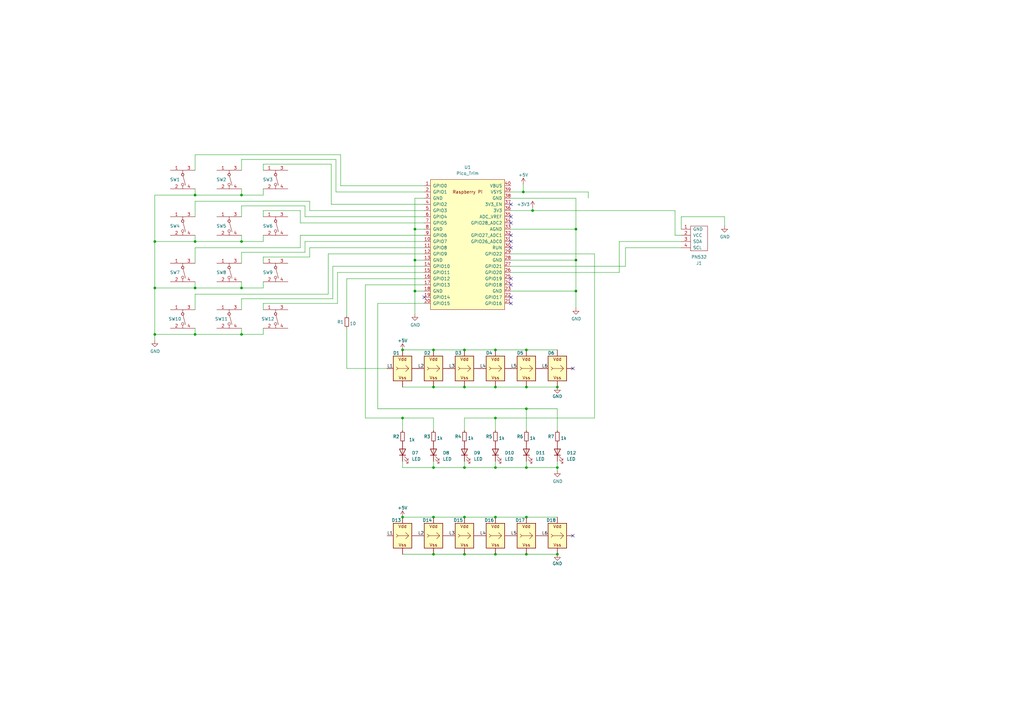
<source format=kicad_sch>
(kicad_sch (version 20230121) (generator eeschema)
  (paper "A3")
  (lib_symbols
    (symbol "Device:LED" (pin_numbers hide) (pin_names (offset 1.016) hide)
      (property "Reference" "D" (at 0 2.54 0))
      (property "Value" "LED" (at 0 -2.54 0))
      (symbol "LED_0_1"
        (polyline (pts (xy -1.27 -1.27) (xy -1.27 1.27)) (stroke (width 0.254)))
        (polyline (pts (xy -1.27 0) (xy 1.27 0)))
        (polyline (pts (xy 1.27 -1.27) (xy 1.27 1.27) (xy -1.27 0) (xy 1.27 -1.27)) (stroke (width 0.254)))
        (polyline (pts (xy -3.048 -0.762) (xy -4.572 -2.286) (xy -3.81 -2.286) (xy -4.572 -2.286) (xy -4.572 -1.524)))
        (polyline (pts (xy -1.778 -0.762) (xy -3.302 -2.286) (xy -2.54 -2.286) (xy -3.302 -2.286) (xy -3.302 -1.524)))
      )
      (symbol "LED_1_1"
        (pin passive line (at -3.81 0 0) (length 2.54) (name "K") (number "1"))
        (pin passive line (at 3.81 0 180) (length 2.54) (name "A") (number "2"))
      )
    )
    (symbol "Device:R_Small" (pin_numbers hide) (pin_names (offset 0.254) hide)
      (property "Reference" "R" (at 0.762 0.508 0))
      (property "Value" "R_Small" (at 0.762 -1.016 0))
      (symbol "R_Small_0_1"
        (rectangle (start -0.762 1.778) (end 0.762 -1.778) (stroke (width 0.2032)))
      )
      (symbol "R_Small_1_1"
        (pin passive line (at 0 2.54 270) (length 0.762) (name "~") (number "1"))
        (pin passive line (at 0 -2.54 90) (length 0.762) (name "~") (number "2"))
      )
    )
    (symbol "aic_pico:PN532" (pin_names (offset 1.016))
      (property "Reference" "J" (at -1.27 6.35 0))
      (property "Value" "PN532" (at 1.27 -6.985 0))
      (symbol "PN532_1_1"
        (rectangle (start -2.54 5.08) (end 4.445 -5.08))
        (pin power_in line (at -6.35 3.81 0) (length 3.81) (name "GND") (number "1"))
        (pin power_in line (at -6.35 1.27 0) (length 3.81) (name "VCC") (number "2"))
        (pin bidirectional line (at -6.35 -1.27 0) (length 3.81) (name "SDA") (number "3"))
        (pin bidirectional line (at -6.35 -3.81 0) (length 3.81) (name "SCL") (number "4"))
      )
    )
    (symbol "aic_pico:Pico_Trim" (pin_names (offset 1.016))
      (property "Reference" "U" (at -13.97 27.94 0))
      (property "Value" "Pico_Trim" (at 0 19.05 0))
      (symbol "Pico_Trim_0_0"
        (text "Raspberry Pi" (at 0 21.59 0) (effects (font (size 1.27 1.27))))
      )
      (symbol "Pico_Trim_0_1"
        (rectangle (start -15.24 26.67) (end 15.24 -26.67) (fill (type background)))
      )
      (symbol "Pico_Trim_1_1"
        (pin bidirectional line (at -17.78 24.13 0) (length 2.54) (name "GPIO0") (number "1"))
        (pin bidirectional line (at -17.78 1.27 0) (length 2.54) (name "GPIO7") (number "10"))
        (pin bidirectional line (at -17.78 -1.27 0) (length 2.54) (name "GPIO8") (number "11"))
        (pin bidirectional line (at -17.78 -3.81 0) (length 2.54) (name "GPIO9") (number "12"))
        (pin power_in line (at -17.78 -6.35 0) (length 2.54) (name "GND") (number "13"))
        (pin bidirectional line (at -17.78 -8.89 0) (length 2.54) (name "GPIO10") (number "14"))
        (pin bidirectional line (at -17.78 -11.43 0) (length 2.54) (name "GPIO11") (number "15"))
        (pin bidirectional line (at -17.78 -13.97 0) (length 2.54) (name "GPIO12") (number "16"))
        (pin bidirectional line (at -17.78 -16.51 0) (length 2.54) (name "GPIO13") (number "17"))
        (pin power_in line (at -17.78 -19.05 0) (length 2.54) (name "GND") (number "18"))
        (pin bidirectional line (at -17.78 -21.59 0) (length 2.54) (name "GPIO14") (number "19"))
        (pin bidirectional line (at -17.78 21.59 0) (length 2.54) (name "GPIO1") (number "2"))
        (pin bidirectional line (at -17.78 -24.13 0) (length 2.54) (name "GPIO15") (number "20"))
        (pin bidirectional line (at 17.78 -24.13 180) (length 2.54) (name "GPIO16") (number "21"))
        (pin bidirectional line (at 17.78 -21.59 180) (length 2.54) (name "GPIO17") (number "22"))
        (pin power_in line (at 17.78 -19.05 180) (length 2.54) (name "GND") (number "23"))
        (pin bidirectional line (at 17.78 -16.51 180) (length 2.54) (name "GPIO18") (number "24"))
        (pin bidirectional line (at 17.78 -13.97 180) (length 2.54) (name "GPIO19") (number "25"))
        (pin bidirectional line (at 17.78 -11.43 180) (length 2.54) (name "GPIO20") (number "26"))
        (pin bidirectional line (at 17.78 -8.89 180) (length 2.54) (name "GPIO21") (number "27"))
        (pin power_in line (at 17.78 -6.35 180) (length 2.54) (name "GND") (number "28"))
        (pin bidirectional line (at 17.78 -3.81 180) (length 2.54) (name "GPIO22") (number "29"))
        (pin power_in line (at -17.78 19.05 0) (length 2.54) (name "GND") (number "3"))
        (pin input line (at 17.78 -1.27 180) (length 2.54) (name "RUN") (number "30"))
        (pin bidirectional line (at 17.78 1.27 180) (length 2.54) (name "GPIO26_ADC0") (number "31"))
        (pin bidirectional line (at 17.78 3.81 180) (length 2.54) (name "GPIO27_ADC1") (number "32"))
        (pin power_in line (at 17.78 6.35 180) (length 2.54) (name "AGND") (number "33"))
        (pin bidirectional line (at 17.78 8.89 180) (length 2.54) (name "GPIO28_ADC2") (number "34"))
        (pin unspecified line (at 17.78 11.43 180) (length 2.54) (name "ADC_VREF") (number "35"))
        (pin unspecified line (at 17.78 13.97 180) (length 2.54) (name "3V3") (number "36"))
        (pin input line (at 17.78 16.51 180) (length 2.54) (name "3V3_EN") (number "37"))
        (pin bidirectional line (at 17.78 19.05 180) (length 2.54) (name "GND") (number "38"))
        (pin unspecified line (at 17.78 21.59 180) (length 2.54) (name "VSYS") (number "39"))
        (pin bidirectional line (at -17.78 16.51 0) (length 2.54) (name "GPIO2") (number "4"))
        (pin unspecified line (at 17.78 24.13 180) (length 2.54) (name "VBUS") (number "40"))
        (pin bidirectional line (at -17.78 13.97 0) (length 2.54) (name "GPIO3") (number "5"))
        (pin bidirectional line (at -17.78 11.43 0) (length 2.54) (name "GPIO4") (number "6"))
        (pin bidirectional line (at -17.78 8.89 0) (length 2.54) (name "GPIO5") (number "7"))
        (pin power_in line (at -17.78 6.35 0) (length 2.54) (name "GND") (number "8"))
        (pin bidirectional line (at -17.78 3.81 0) (length 2.54) (name "GPIO6") (number "9"))
      )
    )
    (symbol "aic_pico:SKRR_4pin" (pin_names (offset 0) hide)
      (property "Reference" "SW?" (at -0.635 -7.62 0))
      (symbol "SKRR_4pin_0_0"
        (circle (center 0 -2.032) (radius 0.508))
        (polyline (pts (xy 0.127 1.524) (xy 1.1684 -2.3622)))
        (circle (center 0 2.032) (radius 0.508))
        (circle (center 0 2.032) (radius 0.508))
      )
      (symbol "SKRR_4pin_0_1"
        (polyline (pts (xy 0 -2.54) (xy 0 -3.81)))
        (polyline (pts (xy 0 3.81) (xy 0 2.54)))
      )
      (symbol "SKRR_4pin_1_1"
        (pin passive line (at -5.08 3.81 0) (length 5.08) (name "~") (number "1"))
        (pin passive line (at -5.08 -3.81 0) (length 5.08) (name "~") (number "2"))
        (pin passive line (at 5.08 3.81 180) (length 5.08) (name "~") (number "3"))
        (pin passive line (at 5.08 -3.81 180) (length 5.08) (name "~") (number "4"))
      )
    )
    (symbol "aic_pico:WS2812B_Unified" (pin_numbers hide) (pin_names (offset 0.254) hide)
      (property "Reference" "D10" (at 2.54 6.35 0))
      (symbol "WS2812B_Unified_0_0"
        (polyline (pts (xy -1.905 0) (xy 2.54 0) (xy 1.27 1.27)))
        (text "Vdd" (at 0 3.81 0) (effects (font (size 1.27 1.27))))
        (text "Vss" (at 0 -3.81 0) (effects (font (size 1.27 1.27))))
      )
      (symbol "WS2812B_Unified_0_1"
        (rectangle (start -3.81 5.08) (end 3.81 -5.08) (stroke (width 0.254)) (fill (type background)))
        (polyline (pts (xy 1.27 -1.27) (xy 2.54 0)))
        (polyline (pts (xy -2.54 0.635) (xy -1.905 0) (xy -2.54 -0.635)))
      )
      (symbol "WS2812B_Unified_1_1"
        (pin power_in line (at 0 -7.62 90) (length 2.54) (name "VSS") (number "G"))
        (pin input line (at -6.35 0 0) (length 2.54) (name "In") (number "I"))
        (pin output line (at 6.35 0 180) (length 2.54) (name "Out") (number "O"))
        (pin power_in line (at 0 7.62 270) (length 2.54) (name "VDD") (number "V"))
      )
    )
    (symbol "power:+3V3" (power) (pin_names (offset 0))
      (property "Value" "+3V3" (at 0 3.556 0))
      (symbol "+3V3_0_1"
        (polyline (pts (xy -0.762 1.27) (xy 0 2.54)))
        (polyline (pts (xy 0 0) (xy 0 2.54)))
        (polyline (pts (xy 0 2.54) (xy 0.762 1.27)))
      )
      (symbol "+3V3_1_1"
        (pin power_in line (at 0 0 90) (length 0) hide (name "+3V3") (number "1"))
      )
    )
    (symbol "power:+5V" (power) (pin_names (offset 0))
      (property "Value" "+5V" (at 0 3.556 0))
      (symbol "+5V_0_1"
        (polyline (pts (xy -0.762 1.27) (xy 0 2.54)))
        (polyline (pts (xy 0 0) (xy 0 2.54)))
        (polyline (pts (xy 0 2.54) (xy 0.762 1.27)))
      )
      (symbol "+5V_1_1"
        (pin power_in line (at 0 0 90) (length 0) hide (name "+5V") (number "1"))
      )
    )
    (symbol "power:GND" (power) (pin_names (offset 0))
      (property "Value" "GND" (at 0 -3.81 0))
      (symbol "GND_0_1"
        (polyline (pts (xy 0 0) (xy 0 -1.27) (xy 1.27 -1.27) (xy 0 -2.54) (xy -1.27 -1.27) (xy 0 -1.27)))
      )
      (symbol "GND_1_1"
        (pin power_in line (at 0 0 270) (length 0) hide (name "GND") (number "1"))
      )
    )
  )
  (junction (at 80.01 118.11))
  (junction (at 63.5 118.11))
  (junction (at 177.8 212.09))
  (junction (at 190.5 212.09))
  (junction (at 177.8 158.75))
  (junction (at 215.9 143.51))
  (junction (at 190.5 143.51))
  (junction (at 177.8 227.33))
  (junction (at 80.01 137.16))
  (junction (at 203.2 227.33))
  (junction (at 190.5 158.75))
  (junction (at 203.2 212.09))
  (junction (at 177.8 143.51))
  (junction (at 215.9 167.64))
  (junction (at 203.2 158.75))
  (junction (at 165.1 143.51))
  (junction (at 170.18 119.38))
  (junction (at 165.1 171.45))
  (junction (at 214.63 78.74))
  (junction (at 165.1 212.09))
  (junction (at 63.5 99.06))
  (junction (at 218.44 86.36))
  (junction (at 228.6 158.75))
  (junction (at 99.06 99.06))
  (junction (at 80.01 80.01))
  (junction (at 99.06 118.11))
  (junction (at 215.9 212.09))
  (junction (at 228.6 227.33))
  (junction (at 99.06 137.16))
  (junction (at 63.5 137.16))
  (junction (at 203.2 143.51))
  (junction (at 215.9 158.75))
  (junction (at 215.9 191.77))
  (junction (at 190.5 191.77))
  (junction (at 190.5 227.33))
  (junction (at 203.2 191.77))
  (junction (at 170.18 106.68))
  (junction (at 203.2 171.45))
  (junction (at 170.18 93.98))
  (junction (at 99.06 80.01))
  (junction (at 177.8 191.77))
  (junction (at 236.22 106.68))
  (junction (at 236.22 93.98))
  (junction (at 228.6 191.77))
  (junction (at 215.9 227.33))
  (junction (at 236.22 119.38))
  (junction (at 80.01 99.06))
  (no_connect (at 173.99 121.92))
  (no_connect (at 209.55 124.46))
  (no_connect (at 234.95 219.71))
  (no_connect (at 209.55 121.92))
  (no_connect (at 209.55 101.6))
  (no_connect (at 209.55 83.82))
  (no_connect (at 209.55 88.9))
  (no_connect (at 209.55 91.44))
  (no_connect (at 234.95 151.13))
  (no_connect (at 209.55 99.06))
  (no_connect (at 209.55 96.52))
  (no_connect (at 209.55 116.84))
  (no_connect (at 209.55 114.3))
  (wire (pts (xy 138.43 111.76) (xy 138.43 124.46)))
  (wire (pts (xy 203.2 227.33) (xy 215.9 227.33)))
  (wire (pts (xy 177.8 212.09) (xy 190.5 212.09)))
  (wire (pts (xy 99.06 122.555) (xy 99.06 127)))
  (wire (pts (xy 256.54 101.6) (xy 279.4 101.6)))
  (wire (pts (xy 134.62 120.65) (xy 80.01 120.65)))
  (wire (pts (xy 209.55 86.36) (xy 218.44 86.36)))
  (wire (pts (xy 228.6 189.23) (xy 228.6 191.77)))
  (wire (pts (xy 63.5 80.01) (xy 80.01 80.01)))
  (wire (pts (xy 170.18 81.28) (xy 170.18 93.98)))
  (wire (pts (xy 165.1 191.77) (xy 177.8 191.77)))
  (wire (pts (xy 209.55 119.38) (xy 236.22 119.38)))
  (wire (pts (xy 125.095 103.505) (xy 99.06 103.505)))
  (wire (pts (xy 243.84 171.45) (xy 243.84 104.14)))
  (wire (pts (xy 203.2 171.45) (xy 203.2 176.53)))
  (wire (pts (xy 190.5 189.23) (xy 190.5 191.77)))
  (wire (pts (xy 165.1 158.75) (xy 177.8 158.75)))
  (wire (pts (xy 243.84 104.14) (xy 209.55 104.14)))
  (wire (pts (xy 215.9 227.33) (xy 228.6 227.33)))
  (wire (pts (xy 107.95 134.62) (xy 107.95 137.16)))
  (wire (pts (xy 236.22 81.28) (xy 236.22 93.98)))
  (wire (pts (xy 99.06 118.11) (xy 80.01 118.11)))
  (wire (pts (xy 80.01 77.47) (xy 80.01 80.01)))
  (wire (pts (xy 173.99 101.6) (xy 127 101.6)))
  (wire (pts (xy 190.5 171.45) (xy 203.2 171.45)))
  (wire (pts (xy 279.4 88.9) (xy 297.18 88.9)))
  (wire (pts (xy 215.9 212.09) (xy 228.6 212.09)))
  (wire (pts (xy 173.99 109.22) (xy 136.525 109.22)))
  (wire (pts (xy 80.01 82.55) (xy 80.01 88.9)))
  (wire (pts (xy 215.9 167.64) (xy 215.9 176.53)))
  (wire (pts (xy 190.5 212.09) (xy 203.2 212.09)))
  (wire (pts (xy 276.86 96.52) (xy 279.4 96.52)))
  (wire (pts (xy 297.18 88.9) (xy 297.18 92.71)))
  (wire (pts (xy 165.1 212.09) (xy 177.8 212.09)))
  (wire (pts (xy 107.95 107.95) (xy 107.95 105.41)))
  (wire (pts (xy 203.2 191.77) (xy 215.9 191.77)))
  (wire (pts (xy 190.5 171.45) (xy 190.5 176.53)))
  (wire (pts (xy 218.44 86.36) (xy 276.86 86.36)))
  (wire (pts (xy 215.9 158.75) (xy 228.6 158.75)))
  (wire (pts (xy 254 99.06) (xy 279.4 99.06)))
  (wire (pts (xy 173.99 116.84) (xy 149.86 116.84)))
  (wire (pts (xy 137.795 65.405) (xy 99.06 65.405)))
  (wire (pts (xy 173.99 83.82) (xy 135.89 83.82)))
  (wire (pts (xy 170.18 93.98) (xy 170.18 106.68)))
  (wire (pts (xy 236.22 119.38) (xy 236.22 126.365)))
  (wire (pts (xy 123.19 96.52) (xy 123.19 101.6)))
  (wire (pts (xy 279.4 93.98) (xy 279.4 88.9)))
  (wire (pts (xy 80.01 101.6) (xy 80.01 107.95)))
  (wire (pts (xy 135.89 83.82) (xy 135.89 67.31)))
  (wire (pts (xy 149.86 116.84) (xy 149.86 171.45)))
  (wire (pts (xy 190.5 158.75) (xy 203.2 158.75)))
  (wire (pts (xy 125.095 84.455) (xy 99.06 84.455)))
  (wire (pts (xy 107.95 77.47) (xy 107.95 80.01)))
  (wire (pts (xy 173.99 86.36) (xy 127 86.36)))
  (wire (pts (xy 107.95 96.52) (xy 107.95 99.06)))
  (wire (pts (xy 107.95 137.16) (xy 99.06 137.16)))
  (wire (pts (xy 80.01 118.11) (xy 63.5 118.11)))
  (wire (pts (xy 63.5 118.11) (xy 63.5 137.16)))
  (wire (pts (xy 125.095 88.9) (xy 125.095 84.455)))
  (wire (pts (xy 123.19 91.44) (xy 123.19 86.36)))
  (wire (pts (xy 203.2 158.75) (xy 215.9 158.75)))
  (wire (pts (xy 99.06 65.405) (xy 99.06 69.85)))
  (wire (pts (xy 173.99 91.44) (xy 123.19 91.44)))
  (wire (pts (xy 173.99 104.14) (xy 134.62 104.14)))
  (wire (pts (xy 99.06 103.505) (xy 99.06 107.95)))
  (wire (pts (xy 63.5 99.06) (xy 63.5 118.11)))
  (wire (pts (xy 203.2 212.09) (xy 215.9 212.09)))
  (wire (pts (xy 215.9 143.51) (xy 228.6 143.51)))
  (wire (pts (xy 165.1 143.51) (xy 177.8 143.51)))
  (wire (pts (xy 136.525 109.22) (xy 136.525 122.555)))
  (wire (pts (xy 99.06 84.455) (xy 99.06 88.9)))
  (wire (pts (xy 173.99 96.52) (xy 123.19 96.52)))
  (wire (pts (xy 125.095 99.06) (xy 125.095 103.505)))
  (wire (pts (xy 142.24 114.3) (xy 142.24 129.54)))
  (wire (pts (xy 99.06 96.52) (xy 99.06 99.06)))
  (wire (pts (xy 107.95 105.41) (xy 127 105.41)))
  (wire (pts (xy 173.99 76.2) (xy 139.7 76.2)))
  (wire (pts (xy 165.1 171.45) (xy 165.1 176.53)))
  (wire (pts (xy 256.54 109.22) (xy 256.54 101.6)))
  (wire (pts (xy 177.8 171.45) (xy 177.8 176.53)))
  (wire (pts (xy 173.99 78.74) (xy 137.795 78.74)))
  (wire (pts (xy 107.95 86.36) (xy 123.19 86.36)))
  (wire (pts (xy 173.99 88.9) (xy 125.095 88.9)))
  (wire (pts (xy 218.44 85.09) (xy 218.44 86.36)))
  (wire (pts (xy 190.5 191.77) (xy 203.2 191.77)))
  (wire (pts (xy 80.01 120.65) (xy 80.01 127)))
  (wire (pts (xy 209.55 111.76) (xy 254 111.76)))
  (wire (pts (xy 80.01 99.06) (xy 63.5 99.06)))
  (wire (pts (xy 80.01 134.62) (xy 80.01 137.16)))
  (wire (pts (xy 177.8 191.77) (xy 190.5 191.77)))
  (wire (pts (xy 177.8 158.75) (xy 190.5 158.75)))
  (wire (pts (xy 107.95 124.46) (xy 138.43 124.46)))
  (wire (pts (xy 203.2 189.23) (xy 203.2 191.77)))
  (wire (pts (xy 177.8 143.51) (xy 190.5 143.51)))
  (wire (pts (xy 241.3 78.74) (xy 241.3 81.28)))
  (wire (pts (xy 254 111.76) (xy 254 99.06)))
  (wire (pts (xy 99.06 80.01) (xy 107.95 80.01)))
  (wire (pts (xy 165.1 171.45) (xy 177.8 171.45)))
  (wire (pts (xy 214.63 78.74) (xy 209.55 78.74)))
  (wire (pts (xy 127 82.55) (xy 80.01 82.55)))
  (wire (pts (xy 107.95 88.9) (xy 107.95 86.36)))
  (wire (pts (xy 203.2 171.45) (xy 243.84 171.45)))
  (wire (pts (xy 170.18 106.68) (xy 170.18 119.38)))
  (wire (pts (xy 107.95 69.85) (xy 107.95 67.31)))
  (wire (pts (xy 276.86 86.36) (xy 276.86 96.52)))
  (wire (pts (xy 99.06 134.62) (xy 99.06 137.16)))
  (wire (pts (xy 173.99 99.06) (xy 125.095 99.06)))
  (wire (pts (xy 99.06 137.16) (xy 80.01 137.16)))
  (wire (pts (xy 190.5 227.33) (xy 203.2 227.33)))
  (wire (pts (xy 209.55 109.22) (xy 256.54 109.22)))
  (wire (pts (xy 165.1 189.23) (xy 165.1 191.77)))
  (wire (pts (xy 80.01 115.57) (xy 80.01 118.11)))
  (wire (pts (xy 142.24 134.62) (xy 142.24 151.13)))
  (wire (pts (xy 136.525 122.555) (xy 99.06 122.555)))
  (wire (pts (xy 173.99 114.3) (xy 142.24 114.3)))
  (wire (pts (xy 107.95 67.31) (xy 135.89 67.31)))
  (wire (pts (xy 173.99 81.28) (xy 170.18 81.28)))
  (wire (pts (xy 170.18 119.38) (xy 173.99 119.38)))
  (wire (pts (xy 236.22 106.68) (xy 236.22 119.38)))
  (wire (pts (xy 177.8 227.33) (xy 190.5 227.33)))
  (wire (pts (xy 127 86.36) (xy 127 82.55)))
  (wire (pts (xy 127 101.6) (xy 127 105.41)))
  (wire (pts (xy 177.8 189.23) (xy 177.8 191.77)))
  (wire (pts (xy 173.99 111.76) (xy 138.43 111.76)))
  (wire (pts (xy 154.94 124.46) (xy 154.94 167.64)))
  (wire (pts (xy 209.55 81.28) (xy 236.22 81.28)))
  (wire (pts (xy 149.86 171.45) (xy 165.1 171.45)))
  (wire (pts (xy 190.5 143.51) (xy 203.2 143.51)))
  (wire (pts (xy 99.06 115.57) (xy 99.06 118.11)))
  (wire (pts (xy 209.55 106.68) (xy 236.22 106.68)))
  (wire (pts (xy 236.22 93.98) (xy 236.22 106.68)))
  (wire (pts (xy 215.9 167.64) (xy 228.6 167.64)))
  (wire (pts (xy 214.63 78.74) (xy 241.3 78.74)))
  (wire (pts (xy 209.55 93.98) (xy 236.22 93.98)))
  (wire (pts (xy 139.7 76.2) (xy 139.7 63.5)))
  (wire (pts (xy 154.94 167.64) (xy 215.9 167.64)))
  (wire (pts (xy 228.6 191.77) (xy 228.6 193.04)))
  (wire (pts (xy 142.24 151.13) (xy 158.75 151.13)))
  (wire (pts (xy 63.5 80.01) (xy 63.5 99.06)))
  (wire (pts (xy 80.01 63.5) (xy 80.01 69.85)))
  (wire (pts (xy 134.62 104.14) (xy 134.62 120.65)))
  (wire (pts (xy 173.99 124.46) (xy 154.94 124.46)))
  (wire (pts (xy 80.01 96.52) (xy 80.01 99.06)))
  (wire (pts (xy 107.95 127) (xy 107.95 124.46)))
  (wire (pts (xy 165.1 227.33) (xy 177.8 227.33)))
  (wire (pts (xy 203.2 143.51) (xy 215.9 143.51)))
  (wire (pts (xy 170.18 93.98) (xy 173.99 93.98)))
  (wire (pts (xy 107.95 118.11) (xy 99.06 118.11)))
  (wire (pts (xy 80.01 80.01) (xy 99.06 80.01)))
  (wire (pts (xy 228.6 167.64) (xy 228.6 176.53)))
  (wire (pts (xy 63.5 137.16) (xy 63.5 139.7)))
  (wire (pts (xy 215.9 189.23) (xy 215.9 191.77)))
  (wire (pts (xy 80.01 137.16) (xy 63.5 137.16)))
  (wire (pts (xy 214.63 75.565) (xy 214.63 78.74)))
  (wire (pts (xy 215.9 191.77) (xy 228.6 191.77)))
  (wire (pts (xy 99.06 99.06) (xy 80.01 99.06)))
  (wire (pts (xy 107.95 99.06) (xy 99.06 99.06)))
  (wire (pts (xy 170.18 119.38) (xy 170.18 128.905)))
  (wire (pts (xy 170.18 106.68) (xy 173.99 106.68)))
  (wire (pts (xy 139.7 63.5) (xy 80.01 63.5)))
  (wire (pts (xy 123.19 101.6) (xy 80.01 101.6)))
  (wire (pts (xy 107.95 115.57) (xy 107.95 118.11)))
  (wire (pts (xy 99.06 77.47) (xy 99.06 80.01)))
  (wire (pts (xy 137.795 78.74) (xy 137.795 65.405)))
  (label "L2" (at 171.45 219.71 0))
  (label "L3" (at 184.15 151.13 0))
  (label "L5" (at 209.55 151.13 0))
  (label "L1" (at 158.75 219.71 0))
  (label "L4" (at 196.85 219.71 0))
  (label "L5" (at 209.55 219.71 0))
  (label "L2" (at 171.45 151.13 0))
  (label "L6" (at 222.25 219.71 0))
  (label "L1" (at 158.75 151.13 0))
  (label "L3" (at 184.15 219.71 0))
  (label "L4" (at 196.85 151.13 0))
  (label "L6" (at 222.25 151.13 0))
  (symbol (lib_id "power:+5V") (at 214.63 75.565 0) (unit 1)
    (property "Reference" "#PWR0114" (effects hide))
    (property "Value" "+5V" (at 214.63 71.755 0))
  )
  (symbol (lib_id "Device:LED") (at 215.9 185.42 90) (unit 1)
    (property "Reference" "D11" (at 219.71 185.7375 90) (effects (justify right)))
    (property "Value" "LED" (at 219.71 188.2775 90) (effects (justify right)))
    (property "Footprint" "LED_SMD:LED_0603_1608Metric_Pad1.05x0.95mm_HandSolder" (effects hide))
  )
  (symbol (lib_id "aic_pico:SKRR_4pin") (at 93.98 130.81 0) (unit 1)
    (property "Reference" "SW11" (at 90.805 130.81 0))
    (property "Value" "SKRR_4pin" (effects hide))
    (property "Footprint" "aic_pico:SKRR" (effects hide))
  )
  (symbol (lib_id "aic_pico:WS2812B_Unified") (at 165.1 151.13 0) (unit 1)
    (property "Reference" "D1" (at 162.56 144.78 0))
    (property "Value" "WS2812B_Unified" (effects hide))
    (property "Footprint" "aic_pico:WS2812B-1204" (effects hide))
  )
  (symbol (lib_id "aic_pico:WS2812B_Unified") (at 177.8 219.71 0) (unit 1)
    (property "Reference" "D14" (at 175.26 213.36 0))
    (property "Value" "WS2812B_Unified" (effects hide))
    (property "Footprint" "aic_pico:WS2812C-2020" (effects hide))
  )
  (symbol (lib_id "Device:R_Small") (at 190.5 179.07 180) (unit 1)
    (property "Reference" "R4" (at 189.23 179.07 0) (effects (justify left)))
    (property "Value" "1k" (at 194.31 179.705 0) (effects (justify left)))
    (property "Footprint" "Resistor_SMD:R_0603_1608Metric" (effects hide))
    (property "LCSC" "C23186" (effects hide))
  )
  (symbol (lib_id "Device:LED") (at 228.6 185.42 90) (unit 1)
    (property "Reference" "D12" (at 232.41 185.7375 90) (effects (justify right)))
    (property "Value" "LED" (at 232.41 188.2775 90) (effects (justify right)))
    (property "Footprint" "LED_SMD:LED_0603_1608Metric_Pad1.05x0.95mm_HandSolder" (effects hide))
  )
  (symbol (lib_id "Device:R_Small") (at 228.6 179.07 180) (unit 1)
    (property "Reference" "R7" (at 227.33 179.07 0) (effects (justify left)))
    (property "Value" "1k" (at 232.41 179.705 0) (effects (justify left)))
    (property "Footprint" "Resistor_SMD:R_0603_1608Metric" (effects hide))
    (property "LCSC" "C23186" (effects hide))
  )
  (symbol (lib_id "Device:R_Small") (at 142.24 132.08 180) (unit 1)
    (property "Reference" "R1" (at 140.97 132.08 0) (effects (justify left)))
    (property "Value" "10" (at 146.05 132.715 0) (effects (justify left)))
    (property "Footprint" "Resistor_SMD:R_0603_1608Metric" (effects hide))
    (property "LCSC" "C23186" (effects hide))
  )
  (symbol (lib_id "power:GND") (at 170.18 128.905 0) (unit 1)
    (property "Reference" "#PWR0125" (effects hide))
    (property "Value" "GND" (at 170.307 133.2992 0))
  )
  (symbol (lib_id "power:GND") (at 236.22 126.365 0) (unit 1)
    (property "Reference" "#PWR0103" (effects hide))
    (property "Value" "GND" (at 236.347 130.7592 0))
  )
  (symbol (lib_id "aic_pico:SKRR_4pin") (at 93.98 73.66 0) (unit 1)
    (property "Reference" "SW2" (at 90.805 73.66 0))
    (property "Value" "SKRR_4pin" (effects hide))
    (property "Footprint" "aic_pico:SKRR" (effects hide))
  )
  (symbol (lib_id "aic_pico:SKRR_4pin") (at 74.93 73.66 0) (unit 1)
    (property "Reference" "SW1" (at 71.755 73.66 0))
    (property "Value" "SKRR_4pin" (effects hide))
    (property "Footprint" "aic_pico:SKRR" (effects hide))
  )
  (symbol (lib_id "aic_pico:SKRR_4pin") (at 93.98 92.71 0) (unit 1)
    (property "Reference" "SW5" (at 90.805 92.71 0))
    (property "Value" "SKRR_4pin" (effects hide))
    (property "Footprint" "aic_pico:SKRR" (effects hide))
  )
  (symbol (lib_id "aic_pico:WS2812B_Unified") (at 190.5 151.13 0) (unit 1)
    (property "Reference" "D3" (at 187.96 144.78 0))
    (property "Value" "WS2812B_Unified" (effects hide))
    (property "Footprint" "aic_pico:WS2812B-1204" (effects hide))
  )
  (symbol (lib_id "aic_pico:SKRR_4pin") (at 74.93 92.71 0) (unit 1)
    (property "Reference" "SW4" (at 71.755 92.71 0))
    (property "Value" "SKRR_4pin" (effects hide))
    (property "Footprint" "aic_pico:SKRR" (effects hide))
  )
  (symbol (lib_id "aic_pico:WS2812B_Unified") (at 203.2 219.71 0) (unit 1)
    (property "Reference" "D16" (at 200.66 213.36 0))
    (property "Value" "WS2812B_Unified" (effects hide))
    (property "Footprint" "aic_pico:WS2812C-2020" (effects hide))
  )
  (symbol (lib_id "power:+5V") (at 165.1 143.51 0) (mirror y) (unit 1)
    (property "Reference" "#PWR01" (effects hide))
    (property "Value" "+5V" (at 165.1 139.7 0))
  )
  (symbol (lib_id "power:GND") (at 228.6 227.33 0) (unit 1)
    (property "Reference" "#PWR06" (effects hide))
    (property "Value" "GND" (at 228.6 231.14 0))
  )
  (symbol (lib_id "Device:LED") (at 190.5 185.42 90) (unit 1)
    (property "Reference" "D9" (at 194.31 185.7375 90) (effects (justify right)))
    (property "Value" "LED" (at 194.31 188.2775 90) (effects (justify right)))
    (property "Footprint" "LED_SMD:LED_0603_1608Metric_Pad1.05x0.95mm_HandSolder" (effects hide))
  )
  (symbol (lib_id "aic_pico:SKRR_4pin") (at 74.93 111.76 0) (unit 1)
    (property "Reference" "SW7" (at 71.755 111.76 0))
    (property "Value" "SKRR_4pin" (effects hide))
    (property "Footprint" "aic_pico:SKRR" (effects hide))
  )
  (symbol (lib_id "aic_pico:WS2812B_Unified") (at 228.6 219.71 0) (unit 1)
    (property "Reference" "D18" (at 226.06 213.36 0))
    (property "Value" "WS2812B_Unified" (effects hide))
    (property "Footprint" "aic_pico:WS2812C-2020" (effects hide))
  )
  (symbol (lib_id "aic_pico:PN532") (at 285.75 97.79 0) (unit 1)
    (property "Reference" "J1" (at 286.7025 107.95 0))
    (property "Value" "PN532" (at 286.7025 105.41 0))
    (property "Footprint" "aic_pico:pn532_conn" (effects hide))
  )
  (symbol (lib_id "power:+5V") (at 165.1 212.09 0) (mirror y) (unit 1)
    (property "Reference" "#PWR05" (effects hide))
    (property "Value" "+5V" (at 165.1 208.28 0))
  )
  (symbol (lib_id "aic_pico:WS2812B_Unified") (at 203.2 151.13 0) (unit 1)
    (property "Reference" "D4" (at 200.66 144.78 0))
    (property "Value" "WS2812B_Unified" (effects hide))
    (property "Footprint" "aic_pico:WS2812B-1204" (effects hide))
  )
  (symbol (lib_id "aic_pico:SKRR_4pin") (at 93.98 111.76 0) (unit 1)
    (property "Reference" "SW8" (at 90.805 111.76 0))
    (property "Value" "SKRR_4pin" (effects hide))
    (property "Footprint" "aic_pico:SKRR" (effects hide))
  )
  (symbol (lib_id "aic_pico:SKRR_4pin") (at 113.03 73.66 0) (unit 1)
    (property "Reference" "SW3" (at 109.855 73.66 0))
    (property "Value" "SKRR_4pin" (effects hide))
    (property "Footprint" "aic_pico:SKRR" (effects hide))
  )
  (symbol (lib_id "Device:LED") (at 203.2 185.42 90) (unit 1)
    (property "Reference" "D10" (at 207.01 185.7375 90) (effects (justify right)))
    (property "Value" "LED" (at 207.01 188.2775 90) (effects (justify right)))
    (property "Footprint" "LED_SMD:LED_0603_1608Metric_Pad1.05x0.95mm_HandSolder" (effects hide))
  )
  (symbol (lib_id "aic_pico:Pico_Trim") (at 191.77 100.33 0) (unit 1)
    (property "Reference" "U1" (at 191.77 68.58 0))
    (property "Value" "Pico_Trim" (at 191.77 71.12 0))
    (property "Footprint" "aic_pico:RPi_Pico_SMD_No_USB" (effects hide))
  )
  (symbol (lib_id "Device:R_Small") (at 165.1 179.07 180) (unit 1)
    (property "Reference" "R2" (at 163.83 179.07 0) (effects (justify left)))
    (property "Value" "1k" (at 170.18 180.34 0) (effects (justify left)))
    (property "Footprint" "Resistor_SMD:R_0603_1608Metric" (effects hide))
    (property "LCSC" "C23186" (effects hide))
  )
  (symbol (lib_id "power:GND") (at 297.18 92.71 0) (unit 1)
    (property "Reference" "#PWR04" (effects hide))
    (property "Value" "GND" (at 297.307 97.1042 0))
  )
  (symbol (lib_id "aic_pico:WS2812B_Unified") (at 228.6 151.13 0) (unit 1)
    (property "Reference" "D6" (at 226.06 144.78 0))
    (property "Value" "WS2812B_Unified" (effects hide))
    (property "Footprint" "aic_pico:WS2812B-1204" (effects hide))
  )
  (symbol (lib_id "Device:R_Small") (at 215.9 179.07 180) (unit 1)
    (property "Reference" "R6" (at 214.63 179.07 0) (effects (justify left)))
    (property "Value" "1k" (at 219.71 179.705 0) (effects (justify left)))
    (property "Footprint" "Resistor_SMD:R_0603_1608Metric" (effects hide))
    (property "LCSC" "C23186" (effects hide))
  )
  (symbol (lib_id "aic_pico:WS2812B_Unified") (at 215.9 219.71 0) (unit 1)
    (property "Reference" "D17" (at 213.36 213.36 0))
    (property "Value" "WS2812B_Unified" (effects hide))
    (property "Footprint" "aic_pico:WS2812C-2020" (effects hide))
  )
  (symbol (lib_id "aic_pico:SKRR_4pin") (at 113.03 111.76 0) (unit 1)
    (property "Reference" "SW9" (at 109.855 111.76 0))
    (property "Value" "SKRR_4pin" (effects hide))
    (property "Footprint" "aic_pico:SKRR" (effects hide))
  )
  (symbol (lib_id "power:GND") (at 63.5 139.7 0) (unit 1)
    (property "Reference" "#PWR0118" (effects hide))
    (property "Value" "GND" (at 63.627 144.0942 0))
  )
  (symbol (lib_id "Device:R_Small") (at 203.2 179.07 180) (unit 1)
    (property "Reference" "R5" (at 201.93 179.07 0) (effects (justify left)))
    (property "Value" "1k" (at 207.01 179.705 0) (effects (justify left)))
    (property "Footprint" "Resistor_SMD:R_0603_1608Metric" (effects hide))
    (property "LCSC" "C23186" (effects hide))
  )
  (symbol (lib_id "power:GND") (at 228.6 158.75 0) (unit 1)
    (property "Reference" "#PWR02" (effects hide))
    (property "Value" "GND" (at 228.6 162.56 0))
  )
  (symbol (lib_id "aic_pico:SKRR_4pin") (at 113.03 130.81 0) (unit 1)
    (property "Reference" "SW12" (at 109.855 130.81 0))
    (property "Value" "SKRR_4pin" (effects hide))
    (property "Footprint" "aic_pico:SKRR" (effects hide))
  )
  (symbol (lib_id "aic_pico:SKRR_4pin") (at 113.03 92.71 0) (unit 1)
    (property "Reference" "SW6" (at 109.855 92.71 0))
    (property "Value" "SKRR_4pin" (effects hide))
    (property "Footprint" "aic_pico:SKRR" (effects hide))
  )
  (symbol (lib_id "power:GND") (at 228.6 193.04 0) (unit 1)
    (property "Reference" "#PWR03" (effects hide))
    (property "Value" "GND" (at 228.727 197.4342 0))
  )
  (symbol (lib_id "aic_pico:WS2812B_Unified") (at 165.1 219.71 0) (unit 1)
    (property "Reference" "D13" (at 162.56 213.36 0))
    (property "Value" "WS2812B_Unified" (effects hide))
    (property "Footprint" "aic_pico:WS2812C-2020" (effects hide))
  )
  (symbol (lib_id "aic_pico:WS2812B_Unified") (at 215.9 151.13 0) (unit 1)
    (property "Reference" "D5" (at 213.36 144.78 0))
    (property "Value" "WS2812B_Unified" (effects hide))
    (property "Footprint" "aic_pico:WS2812B-1204" (effects hide))
  )
  (symbol (lib_id "Device:LED") (at 177.8 185.42 90) (unit 1)
    (property "Reference" "D8" (at 181.61 185.7375 90) (effects (justify right)))
    (property "Value" "LED" (at 181.61 188.2775 90) (effects (justify right)))
    (property "Footprint" "LED_SMD:LED_0603_1608Metric_Pad1.05x0.95mm_HandSolder" (effects hide))
  )
  (symbol (lib_id "power:+3V3") (at 218.44 85.09 0) (unit 1)
    (property "Reference" "#PWR0111" (effects hide))
    (property "Value" "+3V3" (at 214.63 83.82 0))
  )
  (symbol (lib_id "aic_pico:WS2812B_Unified") (at 177.8 151.13 0) (unit 1)
    (property "Reference" "D2" (at 175.26 144.78 0))
    (property "Value" "WS2812B_Unified" (effects hide))
    (property "Footprint" "aic_pico:WS2812B-1204" (effects hide))
  )
  (symbol (lib_id "Device:R_Small") (at 177.8 179.07 180) (unit 1)
    (property "Reference" "R3" (at 176.53 179.07 0) (effects (justify left)))
    (property "Value" "1k" (at 181.61 179.705 0) (effects (justify left)))
    (property "Footprint" "Resistor_SMD:R_0603_1608Metric" (effects hide))
    (property "LCSC" "C23186" (effects hide))
  )
  (symbol (lib_id "Device:LED") (at 165.1 185.42 90) (unit 1)
    (property "Reference" "D7" (at 168.91 185.7375 90) (effects (justify right)))
    (property "Value" "LED" (at 168.91 188.2775 90) (effects (justify right)))
    (property "Footprint" "LED_SMD:LED_0603_1608Metric_Pad1.05x0.95mm_HandSolder" (effects hide))
  )
  (symbol (lib_id "aic_pico:WS2812B_Unified") (at 190.5 219.71 0) (unit 1)
    (property "Reference" "D15" (at 187.96 213.36 0))
    (property "Value" "WS2812B_Unified" (effects hide))
    (property "Footprint" "aic_pico:WS2812C-2020" (effects hide))
  )
  (symbol (lib_id "aic_pico:SKRR_4pin") (at 74.93 130.81 0) (unit 1)
    (property "Reference" "SW10" (at 71.755 130.81 0))
    (property "Value" "SKRR_4pin" (effects hide))
    (property "Footprint" "aic_pico:SKRR" (effects hide))
  )
)
</source>
